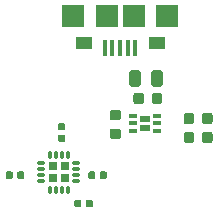
<source format=gbr>
G04 #@! TF.GenerationSoftware,KiCad,Pcbnew,(5.1.2)-1*
G04 #@! TF.CreationDate,2019-06-19T11:16:05+10:00*
G04 #@! TF.ProjectId,Ecal,4563616c-2e6b-4696-9361-645f70636258,rev?*
G04 #@! TF.SameCoordinates,Original*
G04 #@! TF.FileFunction,Paste,Top*
G04 #@! TF.FilePolarity,Positive*
%FSLAX46Y46*%
G04 Gerber Fmt 4.6, Leading zero omitted, Abs format (unit mm)*
G04 Created by KiCad (PCBNEW (5.1.2)-1) date 2019-06-19 11:16:05*
%MOMM*%
%LPD*%
G04 APERTURE LIST*
%ADD10R,0.730000X0.730000*%
%ADD11O,0.300000X0.750000*%
%ADD12O,0.750000X0.300000*%
%ADD13R,0.820000X0.630000*%
%ADD14R,0.650000X0.350000*%
%ADD15C,0.100000*%
%ADD16C,0.590000*%
%ADD17C,0.875000*%
%ADD18R,0.400000X1.350000*%
%ADD19R,1.350000X1.000000*%
%ADD20R,1.900000X1.900000*%
%ADD21C,0.975000*%
G04 APERTURE END LIST*
D10*
X94300000Y-119250000D03*
X95300000Y-119250000D03*
X95300000Y-120250000D03*
X94300000Y-120250000D03*
D11*
X95550000Y-121225000D03*
X95050000Y-121225000D03*
X94550000Y-121225000D03*
X94050000Y-121225000D03*
D12*
X93325000Y-120500000D03*
X93325000Y-120000000D03*
X93325000Y-119500000D03*
X93325000Y-119000000D03*
D11*
X94050000Y-118275000D03*
X94550000Y-118275000D03*
X95050000Y-118275000D03*
X95550000Y-118275000D03*
D12*
X96275000Y-119000000D03*
X96275000Y-119500000D03*
X96275000Y-120000000D03*
X96275000Y-120500000D03*
D13*
X102100000Y-116000000D03*
X102100000Y-115200000D03*
D14*
X103150000Y-114950000D03*
X103150000Y-115600000D03*
X103150000Y-116250000D03*
X101050000Y-116250000D03*
X101050000Y-115600000D03*
X101050000Y-114950000D03*
D15*
G36*
X95236958Y-115605710D02*
G01*
X95251276Y-115607834D01*
X95265317Y-115611351D01*
X95278946Y-115616228D01*
X95292031Y-115622417D01*
X95304447Y-115629858D01*
X95316073Y-115638481D01*
X95326798Y-115648202D01*
X95336519Y-115658927D01*
X95345142Y-115670553D01*
X95352583Y-115682969D01*
X95358772Y-115696054D01*
X95363649Y-115709683D01*
X95367166Y-115723724D01*
X95369290Y-115738042D01*
X95370000Y-115752500D01*
X95370000Y-116047500D01*
X95369290Y-116061958D01*
X95367166Y-116076276D01*
X95363649Y-116090317D01*
X95358772Y-116103946D01*
X95352583Y-116117031D01*
X95345142Y-116129447D01*
X95336519Y-116141073D01*
X95326798Y-116151798D01*
X95316073Y-116161519D01*
X95304447Y-116170142D01*
X95292031Y-116177583D01*
X95278946Y-116183772D01*
X95265317Y-116188649D01*
X95251276Y-116192166D01*
X95236958Y-116194290D01*
X95222500Y-116195000D01*
X94877500Y-116195000D01*
X94863042Y-116194290D01*
X94848724Y-116192166D01*
X94834683Y-116188649D01*
X94821054Y-116183772D01*
X94807969Y-116177583D01*
X94795553Y-116170142D01*
X94783927Y-116161519D01*
X94773202Y-116151798D01*
X94763481Y-116141073D01*
X94754858Y-116129447D01*
X94747417Y-116117031D01*
X94741228Y-116103946D01*
X94736351Y-116090317D01*
X94732834Y-116076276D01*
X94730710Y-116061958D01*
X94730000Y-116047500D01*
X94730000Y-115752500D01*
X94730710Y-115738042D01*
X94732834Y-115723724D01*
X94736351Y-115709683D01*
X94741228Y-115696054D01*
X94747417Y-115682969D01*
X94754858Y-115670553D01*
X94763481Y-115658927D01*
X94773202Y-115648202D01*
X94783927Y-115638481D01*
X94795553Y-115629858D01*
X94807969Y-115622417D01*
X94821054Y-115616228D01*
X94834683Y-115611351D01*
X94848724Y-115607834D01*
X94863042Y-115605710D01*
X94877500Y-115605000D01*
X95222500Y-115605000D01*
X95236958Y-115605710D01*
X95236958Y-115605710D01*
G37*
D16*
X95050000Y-115900000D03*
D15*
G36*
X95236958Y-116575710D02*
G01*
X95251276Y-116577834D01*
X95265317Y-116581351D01*
X95278946Y-116586228D01*
X95292031Y-116592417D01*
X95304447Y-116599858D01*
X95316073Y-116608481D01*
X95326798Y-116618202D01*
X95336519Y-116628927D01*
X95345142Y-116640553D01*
X95352583Y-116652969D01*
X95358772Y-116666054D01*
X95363649Y-116679683D01*
X95367166Y-116693724D01*
X95369290Y-116708042D01*
X95370000Y-116722500D01*
X95370000Y-117017500D01*
X95369290Y-117031958D01*
X95367166Y-117046276D01*
X95363649Y-117060317D01*
X95358772Y-117073946D01*
X95352583Y-117087031D01*
X95345142Y-117099447D01*
X95336519Y-117111073D01*
X95326798Y-117121798D01*
X95316073Y-117131519D01*
X95304447Y-117140142D01*
X95292031Y-117147583D01*
X95278946Y-117153772D01*
X95265317Y-117158649D01*
X95251276Y-117162166D01*
X95236958Y-117164290D01*
X95222500Y-117165000D01*
X94877500Y-117165000D01*
X94863042Y-117164290D01*
X94848724Y-117162166D01*
X94834683Y-117158649D01*
X94821054Y-117153772D01*
X94807969Y-117147583D01*
X94795553Y-117140142D01*
X94783927Y-117131519D01*
X94773202Y-117121798D01*
X94763481Y-117111073D01*
X94754858Y-117099447D01*
X94747417Y-117087031D01*
X94741228Y-117073946D01*
X94736351Y-117060317D01*
X94732834Y-117046276D01*
X94730710Y-117031958D01*
X94730000Y-117017500D01*
X94730000Y-116722500D01*
X94730710Y-116708042D01*
X94732834Y-116693724D01*
X94736351Y-116679683D01*
X94741228Y-116666054D01*
X94747417Y-116652969D01*
X94754858Y-116640553D01*
X94763481Y-116628927D01*
X94773202Y-116618202D01*
X94783927Y-116608481D01*
X94795553Y-116599858D01*
X94807969Y-116592417D01*
X94821054Y-116586228D01*
X94834683Y-116581351D01*
X94848724Y-116577834D01*
X94863042Y-116575710D01*
X94877500Y-116575000D01*
X95222500Y-116575000D01*
X95236958Y-116575710D01*
X95236958Y-116575710D01*
G37*
D16*
X95050000Y-116870000D03*
D15*
G36*
X107627691Y-116326053D02*
G01*
X107648926Y-116329203D01*
X107669750Y-116334419D01*
X107689962Y-116341651D01*
X107709368Y-116350830D01*
X107727781Y-116361866D01*
X107745024Y-116374654D01*
X107760930Y-116389070D01*
X107775346Y-116404976D01*
X107788134Y-116422219D01*
X107799170Y-116440632D01*
X107808349Y-116460038D01*
X107815581Y-116480250D01*
X107820797Y-116501074D01*
X107823947Y-116522309D01*
X107825000Y-116543750D01*
X107825000Y-117056250D01*
X107823947Y-117077691D01*
X107820797Y-117098926D01*
X107815581Y-117119750D01*
X107808349Y-117139962D01*
X107799170Y-117159368D01*
X107788134Y-117177781D01*
X107775346Y-117195024D01*
X107760930Y-117210930D01*
X107745024Y-117225346D01*
X107727781Y-117238134D01*
X107709368Y-117249170D01*
X107689962Y-117258349D01*
X107669750Y-117265581D01*
X107648926Y-117270797D01*
X107627691Y-117273947D01*
X107606250Y-117275000D01*
X107168750Y-117275000D01*
X107147309Y-117273947D01*
X107126074Y-117270797D01*
X107105250Y-117265581D01*
X107085038Y-117258349D01*
X107065632Y-117249170D01*
X107047219Y-117238134D01*
X107029976Y-117225346D01*
X107014070Y-117210930D01*
X106999654Y-117195024D01*
X106986866Y-117177781D01*
X106975830Y-117159368D01*
X106966651Y-117139962D01*
X106959419Y-117119750D01*
X106954203Y-117098926D01*
X106951053Y-117077691D01*
X106950000Y-117056250D01*
X106950000Y-116543750D01*
X106951053Y-116522309D01*
X106954203Y-116501074D01*
X106959419Y-116480250D01*
X106966651Y-116460038D01*
X106975830Y-116440632D01*
X106986866Y-116422219D01*
X106999654Y-116404976D01*
X107014070Y-116389070D01*
X107029976Y-116374654D01*
X107047219Y-116361866D01*
X107065632Y-116350830D01*
X107085038Y-116341651D01*
X107105250Y-116334419D01*
X107126074Y-116329203D01*
X107147309Y-116326053D01*
X107168750Y-116325000D01*
X107606250Y-116325000D01*
X107627691Y-116326053D01*
X107627691Y-116326053D01*
G37*
D17*
X107387500Y-116800000D03*
D15*
G36*
X106052691Y-116326053D02*
G01*
X106073926Y-116329203D01*
X106094750Y-116334419D01*
X106114962Y-116341651D01*
X106134368Y-116350830D01*
X106152781Y-116361866D01*
X106170024Y-116374654D01*
X106185930Y-116389070D01*
X106200346Y-116404976D01*
X106213134Y-116422219D01*
X106224170Y-116440632D01*
X106233349Y-116460038D01*
X106240581Y-116480250D01*
X106245797Y-116501074D01*
X106248947Y-116522309D01*
X106250000Y-116543750D01*
X106250000Y-117056250D01*
X106248947Y-117077691D01*
X106245797Y-117098926D01*
X106240581Y-117119750D01*
X106233349Y-117139962D01*
X106224170Y-117159368D01*
X106213134Y-117177781D01*
X106200346Y-117195024D01*
X106185930Y-117210930D01*
X106170024Y-117225346D01*
X106152781Y-117238134D01*
X106134368Y-117249170D01*
X106114962Y-117258349D01*
X106094750Y-117265581D01*
X106073926Y-117270797D01*
X106052691Y-117273947D01*
X106031250Y-117275000D01*
X105593750Y-117275000D01*
X105572309Y-117273947D01*
X105551074Y-117270797D01*
X105530250Y-117265581D01*
X105510038Y-117258349D01*
X105490632Y-117249170D01*
X105472219Y-117238134D01*
X105454976Y-117225346D01*
X105439070Y-117210930D01*
X105424654Y-117195024D01*
X105411866Y-117177781D01*
X105400830Y-117159368D01*
X105391651Y-117139962D01*
X105384419Y-117119750D01*
X105379203Y-117098926D01*
X105376053Y-117077691D01*
X105375000Y-117056250D01*
X105375000Y-116543750D01*
X105376053Y-116522309D01*
X105379203Y-116501074D01*
X105384419Y-116480250D01*
X105391651Y-116460038D01*
X105400830Y-116440632D01*
X105411866Y-116422219D01*
X105424654Y-116404976D01*
X105439070Y-116389070D01*
X105454976Y-116374654D01*
X105472219Y-116361866D01*
X105490632Y-116350830D01*
X105510038Y-116341651D01*
X105530250Y-116334419D01*
X105551074Y-116329203D01*
X105572309Y-116326053D01*
X105593750Y-116325000D01*
X106031250Y-116325000D01*
X106052691Y-116326053D01*
X106052691Y-116326053D01*
G37*
D17*
X105812500Y-116800000D03*
D18*
X100650000Y-109225000D03*
X101300000Y-109225000D03*
X99350000Y-109225000D03*
X98700000Y-109225000D03*
X100000000Y-109225000D03*
D19*
X103100000Y-108800000D03*
X96900000Y-108800000D03*
D20*
X96050000Y-106550000D03*
X103950000Y-106550000D03*
X101150000Y-106550000D03*
X98850000Y-106550000D03*
D15*
G36*
X101530142Y-111101174D02*
G01*
X101553803Y-111104684D01*
X101577007Y-111110496D01*
X101599529Y-111118554D01*
X101621153Y-111128782D01*
X101641670Y-111141079D01*
X101660883Y-111155329D01*
X101678607Y-111171393D01*
X101694671Y-111189117D01*
X101708921Y-111208330D01*
X101721218Y-111228847D01*
X101731446Y-111250471D01*
X101739504Y-111272993D01*
X101745316Y-111296197D01*
X101748826Y-111319858D01*
X101750000Y-111343750D01*
X101750000Y-112256250D01*
X101748826Y-112280142D01*
X101745316Y-112303803D01*
X101739504Y-112327007D01*
X101731446Y-112349529D01*
X101721218Y-112371153D01*
X101708921Y-112391670D01*
X101694671Y-112410883D01*
X101678607Y-112428607D01*
X101660883Y-112444671D01*
X101641670Y-112458921D01*
X101621153Y-112471218D01*
X101599529Y-112481446D01*
X101577007Y-112489504D01*
X101553803Y-112495316D01*
X101530142Y-112498826D01*
X101506250Y-112500000D01*
X101018750Y-112500000D01*
X100994858Y-112498826D01*
X100971197Y-112495316D01*
X100947993Y-112489504D01*
X100925471Y-112481446D01*
X100903847Y-112471218D01*
X100883330Y-112458921D01*
X100864117Y-112444671D01*
X100846393Y-112428607D01*
X100830329Y-112410883D01*
X100816079Y-112391670D01*
X100803782Y-112371153D01*
X100793554Y-112349529D01*
X100785496Y-112327007D01*
X100779684Y-112303803D01*
X100776174Y-112280142D01*
X100775000Y-112256250D01*
X100775000Y-111343750D01*
X100776174Y-111319858D01*
X100779684Y-111296197D01*
X100785496Y-111272993D01*
X100793554Y-111250471D01*
X100803782Y-111228847D01*
X100816079Y-111208330D01*
X100830329Y-111189117D01*
X100846393Y-111171393D01*
X100864117Y-111155329D01*
X100883330Y-111141079D01*
X100903847Y-111128782D01*
X100925471Y-111118554D01*
X100947993Y-111110496D01*
X100971197Y-111104684D01*
X100994858Y-111101174D01*
X101018750Y-111100000D01*
X101506250Y-111100000D01*
X101530142Y-111101174D01*
X101530142Y-111101174D01*
G37*
D21*
X101262500Y-111800000D03*
D15*
G36*
X103405142Y-111101174D02*
G01*
X103428803Y-111104684D01*
X103452007Y-111110496D01*
X103474529Y-111118554D01*
X103496153Y-111128782D01*
X103516670Y-111141079D01*
X103535883Y-111155329D01*
X103553607Y-111171393D01*
X103569671Y-111189117D01*
X103583921Y-111208330D01*
X103596218Y-111228847D01*
X103606446Y-111250471D01*
X103614504Y-111272993D01*
X103620316Y-111296197D01*
X103623826Y-111319858D01*
X103625000Y-111343750D01*
X103625000Y-112256250D01*
X103623826Y-112280142D01*
X103620316Y-112303803D01*
X103614504Y-112327007D01*
X103606446Y-112349529D01*
X103596218Y-112371153D01*
X103583921Y-112391670D01*
X103569671Y-112410883D01*
X103553607Y-112428607D01*
X103535883Y-112444671D01*
X103516670Y-112458921D01*
X103496153Y-112471218D01*
X103474529Y-112481446D01*
X103452007Y-112489504D01*
X103428803Y-112495316D01*
X103405142Y-112498826D01*
X103381250Y-112500000D01*
X102893750Y-112500000D01*
X102869858Y-112498826D01*
X102846197Y-112495316D01*
X102822993Y-112489504D01*
X102800471Y-112481446D01*
X102778847Y-112471218D01*
X102758330Y-112458921D01*
X102739117Y-112444671D01*
X102721393Y-112428607D01*
X102705329Y-112410883D01*
X102691079Y-112391670D01*
X102678782Y-112371153D01*
X102668554Y-112349529D01*
X102660496Y-112327007D01*
X102654684Y-112303803D01*
X102651174Y-112280142D01*
X102650000Y-112256250D01*
X102650000Y-111343750D01*
X102651174Y-111319858D01*
X102654684Y-111296197D01*
X102660496Y-111272993D01*
X102668554Y-111250471D01*
X102678782Y-111228847D01*
X102691079Y-111208330D01*
X102705329Y-111189117D01*
X102721393Y-111171393D01*
X102739117Y-111155329D01*
X102758330Y-111141079D01*
X102778847Y-111128782D01*
X102800471Y-111118554D01*
X102822993Y-111110496D01*
X102846197Y-111104684D01*
X102869858Y-111101174D01*
X102893750Y-111100000D01*
X103381250Y-111100000D01*
X103405142Y-111101174D01*
X103405142Y-111101174D01*
G37*
D21*
X103137500Y-111800000D03*
D15*
G36*
X107627691Y-114726053D02*
G01*
X107648926Y-114729203D01*
X107669750Y-114734419D01*
X107689962Y-114741651D01*
X107709368Y-114750830D01*
X107727781Y-114761866D01*
X107745024Y-114774654D01*
X107760930Y-114789070D01*
X107775346Y-114804976D01*
X107788134Y-114822219D01*
X107799170Y-114840632D01*
X107808349Y-114860038D01*
X107815581Y-114880250D01*
X107820797Y-114901074D01*
X107823947Y-114922309D01*
X107825000Y-114943750D01*
X107825000Y-115456250D01*
X107823947Y-115477691D01*
X107820797Y-115498926D01*
X107815581Y-115519750D01*
X107808349Y-115539962D01*
X107799170Y-115559368D01*
X107788134Y-115577781D01*
X107775346Y-115595024D01*
X107760930Y-115610930D01*
X107745024Y-115625346D01*
X107727781Y-115638134D01*
X107709368Y-115649170D01*
X107689962Y-115658349D01*
X107669750Y-115665581D01*
X107648926Y-115670797D01*
X107627691Y-115673947D01*
X107606250Y-115675000D01*
X107168750Y-115675000D01*
X107147309Y-115673947D01*
X107126074Y-115670797D01*
X107105250Y-115665581D01*
X107085038Y-115658349D01*
X107065632Y-115649170D01*
X107047219Y-115638134D01*
X107029976Y-115625346D01*
X107014070Y-115610930D01*
X106999654Y-115595024D01*
X106986866Y-115577781D01*
X106975830Y-115559368D01*
X106966651Y-115539962D01*
X106959419Y-115519750D01*
X106954203Y-115498926D01*
X106951053Y-115477691D01*
X106950000Y-115456250D01*
X106950000Y-114943750D01*
X106951053Y-114922309D01*
X106954203Y-114901074D01*
X106959419Y-114880250D01*
X106966651Y-114860038D01*
X106975830Y-114840632D01*
X106986866Y-114822219D01*
X106999654Y-114804976D01*
X107014070Y-114789070D01*
X107029976Y-114774654D01*
X107047219Y-114761866D01*
X107065632Y-114750830D01*
X107085038Y-114741651D01*
X107105250Y-114734419D01*
X107126074Y-114729203D01*
X107147309Y-114726053D01*
X107168750Y-114725000D01*
X107606250Y-114725000D01*
X107627691Y-114726053D01*
X107627691Y-114726053D01*
G37*
D17*
X107387500Y-115200000D03*
D15*
G36*
X106052691Y-114726053D02*
G01*
X106073926Y-114729203D01*
X106094750Y-114734419D01*
X106114962Y-114741651D01*
X106134368Y-114750830D01*
X106152781Y-114761866D01*
X106170024Y-114774654D01*
X106185930Y-114789070D01*
X106200346Y-114804976D01*
X106213134Y-114822219D01*
X106224170Y-114840632D01*
X106233349Y-114860038D01*
X106240581Y-114880250D01*
X106245797Y-114901074D01*
X106248947Y-114922309D01*
X106250000Y-114943750D01*
X106250000Y-115456250D01*
X106248947Y-115477691D01*
X106245797Y-115498926D01*
X106240581Y-115519750D01*
X106233349Y-115539962D01*
X106224170Y-115559368D01*
X106213134Y-115577781D01*
X106200346Y-115595024D01*
X106185930Y-115610930D01*
X106170024Y-115625346D01*
X106152781Y-115638134D01*
X106134368Y-115649170D01*
X106114962Y-115658349D01*
X106094750Y-115665581D01*
X106073926Y-115670797D01*
X106052691Y-115673947D01*
X106031250Y-115675000D01*
X105593750Y-115675000D01*
X105572309Y-115673947D01*
X105551074Y-115670797D01*
X105530250Y-115665581D01*
X105510038Y-115658349D01*
X105490632Y-115649170D01*
X105472219Y-115638134D01*
X105454976Y-115625346D01*
X105439070Y-115610930D01*
X105424654Y-115595024D01*
X105411866Y-115577781D01*
X105400830Y-115559368D01*
X105391651Y-115539962D01*
X105384419Y-115519750D01*
X105379203Y-115498926D01*
X105376053Y-115477691D01*
X105375000Y-115456250D01*
X105375000Y-114943750D01*
X105376053Y-114922309D01*
X105379203Y-114901074D01*
X105384419Y-114880250D01*
X105391651Y-114860038D01*
X105400830Y-114840632D01*
X105411866Y-114822219D01*
X105424654Y-114804976D01*
X105439070Y-114789070D01*
X105454976Y-114774654D01*
X105472219Y-114761866D01*
X105490632Y-114750830D01*
X105510038Y-114741651D01*
X105530250Y-114734419D01*
X105551074Y-114729203D01*
X105572309Y-114726053D01*
X105593750Y-114725000D01*
X106031250Y-114725000D01*
X106052691Y-114726053D01*
X106052691Y-114726053D01*
G37*
D17*
X105812500Y-115200000D03*
D15*
G36*
X96576958Y-122080710D02*
G01*
X96591276Y-122082834D01*
X96605317Y-122086351D01*
X96618946Y-122091228D01*
X96632031Y-122097417D01*
X96644447Y-122104858D01*
X96656073Y-122113481D01*
X96666798Y-122123202D01*
X96676519Y-122133927D01*
X96685142Y-122145553D01*
X96692583Y-122157969D01*
X96698772Y-122171054D01*
X96703649Y-122184683D01*
X96707166Y-122198724D01*
X96709290Y-122213042D01*
X96710000Y-122227500D01*
X96710000Y-122572500D01*
X96709290Y-122586958D01*
X96707166Y-122601276D01*
X96703649Y-122615317D01*
X96698772Y-122628946D01*
X96692583Y-122642031D01*
X96685142Y-122654447D01*
X96676519Y-122666073D01*
X96666798Y-122676798D01*
X96656073Y-122686519D01*
X96644447Y-122695142D01*
X96632031Y-122702583D01*
X96618946Y-122708772D01*
X96605317Y-122713649D01*
X96591276Y-122717166D01*
X96576958Y-122719290D01*
X96562500Y-122720000D01*
X96267500Y-122720000D01*
X96253042Y-122719290D01*
X96238724Y-122717166D01*
X96224683Y-122713649D01*
X96211054Y-122708772D01*
X96197969Y-122702583D01*
X96185553Y-122695142D01*
X96173927Y-122686519D01*
X96163202Y-122676798D01*
X96153481Y-122666073D01*
X96144858Y-122654447D01*
X96137417Y-122642031D01*
X96131228Y-122628946D01*
X96126351Y-122615317D01*
X96122834Y-122601276D01*
X96120710Y-122586958D01*
X96120000Y-122572500D01*
X96120000Y-122227500D01*
X96120710Y-122213042D01*
X96122834Y-122198724D01*
X96126351Y-122184683D01*
X96131228Y-122171054D01*
X96137417Y-122157969D01*
X96144858Y-122145553D01*
X96153481Y-122133927D01*
X96163202Y-122123202D01*
X96173927Y-122113481D01*
X96185553Y-122104858D01*
X96197969Y-122097417D01*
X96211054Y-122091228D01*
X96224683Y-122086351D01*
X96238724Y-122082834D01*
X96253042Y-122080710D01*
X96267500Y-122080000D01*
X96562500Y-122080000D01*
X96576958Y-122080710D01*
X96576958Y-122080710D01*
G37*
D16*
X96415000Y-122400000D03*
D15*
G36*
X97546958Y-122080710D02*
G01*
X97561276Y-122082834D01*
X97575317Y-122086351D01*
X97588946Y-122091228D01*
X97602031Y-122097417D01*
X97614447Y-122104858D01*
X97626073Y-122113481D01*
X97636798Y-122123202D01*
X97646519Y-122133927D01*
X97655142Y-122145553D01*
X97662583Y-122157969D01*
X97668772Y-122171054D01*
X97673649Y-122184683D01*
X97677166Y-122198724D01*
X97679290Y-122213042D01*
X97680000Y-122227500D01*
X97680000Y-122572500D01*
X97679290Y-122586958D01*
X97677166Y-122601276D01*
X97673649Y-122615317D01*
X97668772Y-122628946D01*
X97662583Y-122642031D01*
X97655142Y-122654447D01*
X97646519Y-122666073D01*
X97636798Y-122676798D01*
X97626073Y-122686519D01*
X97614447Y-122695142D01*
X97602031Y-122702583D01*
X97588946Y-122708772D01*
X97575317Y-122713649D01*
X97561276Y-122717166D01*
X97546958Y-122719290D01*
X97532500Y-122720000D01*
X97237500Y-122720000D01*
X97223042Y-122719290D01*
X97208724Y-122717166D01*
X97194683Y-122713649D01*
X97181054Y-122708772D01*
X97167969Y-122702583D01*
X97155553Y-122695142D01*
X97143927Y-122686519D01*
X97133202Y-122676798D01*
X97123481Y-122666073D01*
X97114858Y-122654447D01*
X97107417Y-122642031D01*
X97101228Y-122628946D01*
X97096351Y-122615317D01*
X97092834Y-122601276D01*
X97090710Y-122586958D01*
X97090000Y-122572500D01*
X97090000Y-122227500D01*
X97090710Y-122213042D01*
X97092834Y-122198724D01*
X97096351Y-122184683D01*
X97101228Y-122171054D01*
X97107417Y-122157969D01*
X97114858Y-122145553D01*
X97123481Y-122133927D01*
X97133202Y-122123202D01*
X97143927Y-122113481D01*
X97155553Y-122104858D01*
X97167969Y-122097417D01*
X97181054Y-122091228D01*
X97194683Y-122086351D01*
X97208724Y-122082834D01*
X97223042Y-122080710D01*
X97237500Y-122080000D01*
X97532500Y-122080000D01*
X97546958Y-122080710D01*
X97546958Y-122080710D01*
G37*
D16*
X97385000Y-122400000D03*
D15*
G36*
X97776958Y-119680710D02*
G01*
X97791276Y-119682834D01*
X97805317Y-119686351D01*
X97818946Y-119691228D01*
X97832031Y-119697417D01*
X97844447Y-119704858D01*
X97856073Y-119713481D01*
X97866798Y-119723202D01*
X97876519Y-119733927D01*
X97885142Y-119745553D01*
X97892583Y-119757969D01*
X97898772Y-119771054D01*
X97903649Y-119784683D01*
X97907166Y-119798724D01*
X97909290Y-119813042D01*
X97910000Y-119827500D01*
X97910000Y-120172500D01*
X97909290Y-120186958D01*
X97907166Y-120201276D01*
X97903649Y-120215317D01*
X97898772Y-120228946D01*
X97892583Y-120242031D01*
X97885142Y-120254447D01*
X97876519Y-120266073D01*
X97866798Y-120276798D01*
X97856073Y-120286519D01*
X97844447Y-120295142D01*
X97832031Y-120302583D01*
X97818946Y-120308772D01*
X97805317Y-120313649D01*
X97791276Y-120317166D01*
X97776958Y-120319290D01*
X97762500Y-120320000D01*
X97467500Y-120320000D01*
X97453042Y-120319290D01*
X97438724Y-120317166D01*
X97424683Y-120313649D01*
X97411054Y-120308772D01*
X97397969Y-120302583D01*
X97385553Y-120295142D01*
X97373927Y-120286519D01*
X97363202Y-120276798D01*
X97353481Y-120266073D01*
X97344858Y-120254447D01*
X97337417Y-120242031D01*
X97331228Y-120228946D01*
X97326351Y-120215317D01*
X97322834Y-120201276D01*
X97320710Y-120186958D01*
X97320000Y-120172500D01*
X97320000Y-119827500D01*
X97320710Y-119813042D01*
X97322834Y-119798724D01*
X97326351Y-119784683D01*
X97331228Y-119771054D01*
X97337417Y-119757969D01*
X97344858Y-119745553D01*
X97353481Y-119733927D01*
X97363202Y-119723202D01*
X97373927Y-119713481D01*
X97385553Y-119704858D01*
X97397969Y-119697417D01*
X97411054Y-119691228D01*
X97424683Y-119686351D01*
X97438724Y-119682834D01*
X97453042Y-119680710D01*
X97467500Y-119680000D01*
X97762500Y-119680000D01*
X97776958Y-119680710D01*
X97776958Y-119680710D01*
G37*
D16*
X97615000Y-120000000D03*
D15*
G36*
X98746958Y-119680710D02*
G01*
X98761276Y-119682834D01*
X98775317Y-119686351D01*
X98788946Y-119691228D01*
X98802031Y-119697417D01*
X98814447Y-119704858D01*
X98826073Y-119713481D01*
X98836798Y-119723202D01*
X98846519Y-119733927D01*
X98855142Y-119745553D01*
X98862583Y-119757969D01*
X98868772Y-119771054D01*
X98873649Y-119784683D01*
X98877166Y-119798724D01*
X98879290Y-119813042D01*
X98880000Y-119827500D01*
X98880000Y-120172500D01*
X98879290Y-120186958D01*
X98877166Y-120201276D01*
X98873649Y-120215317D01*
X98868772Y-120228946D01*
X98862583Y-120242031D01*
X98855142Y-120254447D01*
X98846519Y-120266073D01*
X98836798Y-120276798D01*
X98826073Y-120286519D01*
X98814447Y-120295142D01*
X98802031Y-120302583D01*
X98788946Y-120308772D01*
X98775317Y-120313649D01*
X98761276Y-120317166D01*
X98746958Y-120319290D01*
X98732500Y-120320000D01*
X98437500Y-120320000D01*
X98423042Y-120319290D01*
X98408724Y-120317166D01*
X98394683Y-120313649D01*
X98381054Y-120308772D01*
X98367969Y-120302583D01*
X98355553Y-120295142D01*
X98343927Y-120286519D01*
X98333202Y-120276798D01*
X98323481Y-120266073D01*
X98314858Y-120254447D01*
X98307417Y-120242031D01*
X98301228Y-120228946D01*
X98296351Y-120215317D01*
X98292834Y-120201276D01*
X98290710Y-120186958D01*
X98290000Y-120172500D01*
X98290000Y-119827500D01*
X98290710Y-119813042D01*
X98292834Y-119798724D01*
X98296351Y-119784683D01*
X98301228Y-119771054D01*
X98307417Y-119757969D01*
X98314858Y-119745553D01*
X98323481Y-119733927D01*
X98333202Y-119723202D01*
X98343927Y-119713481D01*
X98355553Y-119704858D01*
X98367969Y-119697417D01*
X98381054Y-119691228D01*
X98394683Y-119686351D01*
X98408724Y-119682834D01*
X98423042Y-119680710D01*
X98437500Y-119680000D01*
X98732500Y-119680000D01*
X98746958Y-119680710D01*
X98746958Y-119680710D01*
G37*
D16*
X98585000Y-120000000D03*
D15*
G36*
X90776958Y-119680710D02*
G01*
X90791276Y-119682834D01*
X90805317Y-119686351D01*
X90818946Y-119691228D01*
X90832031Y-119697417D01*
X90844447Y-119704858D01*
X90856073Y-119713481D01*
X90866798Y-119723202D01*
X90876519Y-119733927D01*
X90885142Y-119745553D01*
X90892583Y-119757969D01*
X90898772Y-119771054D01*
X90903649Y-119784683D01*
X90907166Y-119798724D01*
X90909290Y-119813042D01*
X90910000Y-119827500D01*
X90910000Y-120172500D01*
X90909290Y-120186958D01*
X90907166Y-120201276D01*
X90903649Y-120215317D01*
X90898772Y-120228946D01*
X90892583Y-120242031D01*
X90885142Y-120254447D01*
X90876519Y-120266073D01*
X90866798Y-120276798D01*
X90856073Y-120286519D01*
X90844447Y-120295142D01*
X90832031Y-120302583D01*
X90818946Y-120308772D01*
X90805317Y-120313649D01*
X90791276Y-120317166D01*
X90776958Y-120319290D01*
X90762500Y-120320000D01*
X90467500Y-120320000D01*
X90453042Y-120319290D01*
X90438724Y-120317166D01*
X90424683Y-120313649D01*
X90411054Y-120308772D01*
X90397969Y-120302583D01*
X90385553Y-120295142D01*
X90373927Y-120286519D01*
X90363202Y-120276798D01*
X90353481Y-120266073D01*
X90344858Y-120254447D01*
X90337417Y-120242031D01*
X90331228Y-120228946D01*
X90326351Y-120215317D01*
X90322834Y-120201276D01*
X90320710Y-120186958D01*
X90320000Y-120172500D01*
X90320000Y-119827500D01*
X90320710Y-119813042D01*
X90322834Y-119798724D01*
X90326351Y-119784683D01*
X90331228Y-119771054D01*
X90337417Y-119757969D01*
X90344858Y-119745553D01*
X90353481Y-119733927D01*
X90363202Y-119723202D01*
X90373927Y-119713481D01*
X90385553Y-119704858D01*
X90397969Y-119697417D01*
X90411054Y-119691228D01*
X90424683Y-119686351D01*
X90438724Y-119682834D01*
X90453042Y-119680710D01*
X90467500Y-119680000D01*
X90762500Y-119680000D01*
X90776958Y-119680710D01*
X90776958Y-119680710D01*
G37*
D16*
X90615000Y-120000000D03*
D15*
G36*
X91746958Y-119680710D02*
G01*
X91761276Y-119682834D01*
X91775317Y-119686351D01*
X91788946Y-119691228D01*
X91802031Y-119697417D01*
X91814447Y-119704858D01*
X91826073Y-119713481D01*
X91836798Y-119723202D01*
X91846519Y-119733927D01*
X91855142Y-119745553D01*
X91862583Y-119757969D01*
X91868772Y-119771054D01*
X91873649Y-119784683D01*
X91877166Y-119798724D01*
X91879290Y-119813042D01*
X91880000Y-119827500D01*
X91880000Y-120172500D01*
X91879290Y-120186958D01*
X91877166Y-120201276D01*
X91873649Y-120215317D01*
X91868772Y-120228946D01*
X91862583Y-120242031D01*
X91855142Y-120254447D01*
X91846519Y-120266073D01*
X91836798Y-120276798D01*
X91826073Y-120286519D01*
X91814447Y-120295142D01*
X91802031Y-120302583D01*
X91788946Y-120308772D01*
X91775317Y-120313649D01*
X91761276Y-120317166D01*
X91746958Y-120319290D01*
X91732500Y-120320000D01*
X91437500Y-120320000D01*
X91423042Y-120319290D01*
X91408724Y-120317166D01*
X91394683Y-120313649D01*
X91381054Y-120308772D01*
X91367969Y-120302583D01*
X91355553Y-120295142D01*
X91343927Y-120286519D01*
X91333202Y-120276798D01*
X91323481Y-120266073D01*
X91314858Y-120254447D01*
X91307417Y-120242031D01*
X91301228Y-120228946D01*
X91296351Y-120215317D01*
X91292834Y-120201276D01*
X91290710Y-120186958D01*
X91290000Y-120172500D01*
X91290000Y-119827500D01*
X91290710Y-119813042D01*
X91292834Y-119798724D01*
X91296351Y-119784683D01*
X91301228Y-119771054D01*
X91307417Y-119757969D01*
X91314858Y-119745553D01*
X91323481Y-119733927D01*
X91333202Y-119723202D01*
X91343927Y-119713481D01*
X91355553Y-119704858D01*
X91367969Y-119697417D01*
X91381054Y-119691228D01*
X91394683Y-119686351D01*
X91408724Y-119682834D01*
X91423042Y-119680710D01*
X91437500Y-119680000D01*
X91732500Y-119680000D01*
X91746958Y-119680710D01*
X91746958Y-119680710D01*
G37*
D16*
X91585000Y-120000000D03*
D15*
G36*
X99877691Y-116051053D02*
G01*
X99898926Y-116054203D01*
X99919750Y-116059419D01*
X99939962Y-116066651D01*
X99959368Y-116075830D01*
X99977781Y-116086866D01*
X99995024Y-116099654D01*
X100010930Y-116114070D01*
X100025346Y-116129976D01*
X100038134Y-116147219D01*
X100049170Y-116165632D01*
X100058349Y-116185038D01*
X100065581Y-116205250D01*
X100070797Y-116226074D01*
X100073947Y-116247309D01*
X100075000Y-116268750D01*
X100075000Y-116706250D01*
X100073947Y-116727691D01*
X100070797Y-116748926D01*
X100065581Y-116769750D01*
X100058349Y-116789962D01*
X100049170Y-116809368D01*
X100038134Y-116827781D01*
X100025346Y-116845024D01*
X100010930Y-116860930D01*
X99995024Y-116875346D01*
X99977781Y-116888134D01*
X99959368Y-116899170D01*
X99939962Y-116908349D01*
X99919750Y-116915581D01*
X99898926Y-116920797D01*
X99877691Y-116923947D01*
X99856250Y-116925000D01*
X99343750Y-116925000D01*
X99322309Y-116923947D01*
X99301074Y-116920797D01*
X99280250Y-116915581D01*
X99260038Y-116908349D01*
X99240632Y-116899170D01*
X99222219Y-116888134D01*
X99204976Y-116875346D01*
X99189070Y-116860930D01*
X99174654Y-116845024D01*
X99161866Y-116827781D01*
X99150830Y-116809368D01*
X99141651Y-116789962D01*
X99134419Y-116769750D01*
X99129203Y-116748926D01*
X99126053Y-116727691D01*
X99125000Y-116706250D01*
X99125000Y-116268750D01*
X99126053Y-116247309D01*
X99129203Y-116226074D01*
X99134419Y-116205250D01*
X99141651Y-116185038D01*
X99150830Y-116165632D01*
X99161866Y-116147219D01*
X99174654Y-116129976D01*
X99189070Y-116114070D01*
X99204976Y-116099654D01*
X99222219Y-116086866D01*
X99240632Y-116075830D01*
X99260038Y-116066651D01*
X99280250Y-116059419D01*
X99301074Y-116054203D01*
X99322309Y-116051053D01*
X99343750Y-116050000D01*
X99856250Y-116050000D01*
X99877691Y-116051053D01*
X99877691Y-116051053D01*
G37*
D17*
X99600000Y-116487500D03*
D15*
G36*
X99877691Y-114476053D02*
G01*
X99898926Y-114479203D01*
X99919750Y-114484419D01*
X99939962Y-114491651D01*
X99959368Y-114500830D01*
X99977781Y-114511866D01*
X99995024Y-114524654D01*
X100010930Y-114539070D01*
X100025346Y-114554976D01*
X100038134Y-114572219D01*
X100049170Y-114590632D01*
X100058349Y-114610038D01*
X100065581Y-114630250D01*
X100070797Y-114651074D01*
X100073947Y-114672309D01*
X100075000Y-114693750D01*
X100075000Y-115131250D01*
X100073947Y-115152691D01*
X100070797Y-115173926D01*
X100065581Y-115194750D01*
X100058349Y-115214962D01*
X100049170Y-115234368D01*
X100038134Y-115252781D01*
X100025346Y-115270024D01*
X100010930Y-115285930D01*
X99995024Y-115300346D01*
X99977781Y-115313134D01*
X99959368Y-115324170D01*
X99939962Y-115333349D01*
X99919750Y-115340581D01*
X99898926Y-115345797D01*
X99877691Y-115348947D01*
X99856250Y-115350000D01*
X99343750Y-115350000D01*
X99322309Y-115348947D01*
X99301074Y-115345797D01*
X99280250Y-115340581D01*
X99260038Y-115333349D01*
X99240632Y-115324170D01*
X99222219Y-115313134D01*
X99204976Y-115300346D01*
X99189070Y-115285930D01*
X99174654Y-115270024D01*
X99161866Y-115252781D01*
X99150830Y-115234368D01*
X99141651Y-115214962D01*
X99134419Y-115194750D01*
X99129203Y-115173926D01*
X99126053Y-115152691D01*
X99125000Y-115131250D01*
X99125000Y-114693750D01*
X99126053Y-114672309D01*
X99129203Y-114651074D01*
X99134419Y-114630250D01*
X99141651Y-114610038D01*
X99150830Y-114590632D01*
X99161866Y-114572219D01*
X99174654Y-114554976D01*
X99189070Y-114539070D01*
X99204976Y-114524654D01*
X99222219Y-114511866D01*
X99240632Y-114500830D01*
X99260038Y-114491651D01*
X99280250Y-114484419D01*
X99301074Y-114479203D01*
X99322309Y-114476053D01*
X99343750Y-114475000D01*
X99856250Y-114475000D01*
X99877691Y-114476053D01*
X99877691Y-114476053D01*
G37*
D17*
X99600000Y-114912500D03*
D15*
G36*
X101802691Y-113026053D02*
G01*
X101823926Y-113029203D01*
X101844750Y-113034419D01*
X101864962Y-113041651D01*
X101884368Y-113050830D01*
X101902781Y-113061866D01*
X101920024Y-113074654D01*
X101935930Y-113089070D01*
X101950346Y-113104976D01*
X101963134Y-113122219D01*
X101974170Y-113140632D01*
X101983349Y-113160038D01*
X101990581Y-113180250D01*
X101995797Y-113201074D01*
X101998947Y-113222309D01*
X102000000Y-113243750D01*
X102000000Y-113756250D01*
X101998947Y-113777691D01*
X101995797Y-113798926D01*
X101990581Y-113819750D01*
X101983349Y-113839962D01*
X101974170Y-113859368D01*
X101963134Y-113877781D01*
X101950346Y-113895024D01*
X101935930Y-113910930D01*
X101920024Y-113925346D01*
X101902781Y-113938134D01*
X101884368Y-113949170D01*
X101864962Y-113958349D01*
X101844750Y-113965581D01*
X101823926Y-113970797D01*
X101802691Y-113973947D01*
X101781250Y-113975000D01*
X101343750Y-113975000D01*
X101322309Y-113973947D01*
X101301074Y-113970797D01*
X101280250Y-113965581D01*
X101260038Y-113958349D01*
X101240632Y-113949170D01*
X101222219Y-113938134D01*
X101204976Y-113925346D01*
X101189070Y-113910930D01*
X101174654Y-113895024D01*
X101161866Y-113877781D01*
X101150830Y-113859368D01*
X101141651Y-113839962D01*
X101134419Y-113819750D01*
X101129203Y-113798926D01*
X101126053Y-113777691D01*
X101125000Y-113756250D01*
X101125000Y-113243750D01*
X101126053Y-113222309D01*
X101129203Y-113201074D01*
X101134419Y-113180250D01*
X101141651Y-113160038D01*
X101150830Y-113140632D01*
X101161866Y-113122219D01*
X101174654Y-113104976D01*
X101189070Y-113089070D01*
X101204976Y-113074654D01*
X101222219Y-113061866D01*
X101240632Y-113050830D01*
X101260038Y-113041651D01*
X101280250Y-113034419D01*
X101301074Y-113029203D01*
X101322309Y-113026053D01*
X101343750Y-113025000D01*
X101781250Y-113025000D01*
X101802691Y-113026053D01*
X101802691Y-113026053D01*
G37*
D17*
X101562500Y-113500000D03*
D15*
G36*
X103377691Y-113026053D02*
G01*
X103398926Y-113029203D01*
X103419750Y-113034419D01*
X103439962Y-113041651D01*
X103459368Y-113050830D01*
X103477781Y-113061866D01*
X103495024Y-113074654D01*
X103510930Y-113089070D01*
X103525346Y-113104976D01*
X103538134Y-113122219D01*
X103549170Y-113140632D01*
X103558349Y-113160038D01*
X103565581Y-113180250D01*
X103570797Y-113201074D01*
X103573947Y-113222309D01*
X103575000Y-113243750D01*
X103575000Y-113756250D01*
X103573947Y-113777691D01*
X103570797Y-113798926D01*
X103565581Y-113819750D01*
X103558349Y-113839962D01*
X103549170Y-113859368D01*
X103538134Y-113877781D01*
X103525346Y-113895024D01*
X103510930Y-113910930D01*
X103495024Y-113925346D01*
X103477781Y-113938134D01*
X103459368Y-113949170D01*
X103439962Y-113958349D01*
X103419750Y-113965581D01*
X103398926Y-113970797D01*
X103377691Y-113973947D01*
X103356250Y-113975000D01*
X102918750Y-113975000D01*
X102897309Y-113973947D01*
X102876074Y-113970797D01*
X102855250Y-113965581D01*
X102835038Y-113958349D01*
X102815632Y-113949170D01*
X102797219Y-113938134D01*
X102779976Y-113925346D01*
X102764070Y-113910930D01*
X102749654Y-113895024D01*
X102736866Y-113877781D01*
X102725830Y-113859368D01*
X102716651Y-113839962D01*
X102709419Y-113819750D01*
X102704203Y-113798926D01*
X102701053Y-113777691D01*
X102700000Y-113756250D01*
X102700000Y-113243750D01*
X102701053Y-113222309D01*
X102704203Y-113201074D01*
X102709419Y-113180250D01*
X102716651Y-113160038D01*
X102725830Y-113140632D01*
X102736866Y-113122219D01*
X102749654Y-113104976D01*
X102764070Y-113089070D01*
X102779976Y-113074654D01*
X102797219Y-113061866D01*
X102815632Y-113050830D01*
X102835038Y-113041651D01*
X102855250Y-113034419D01*
X102876074Y-113029203D01*
X102897309Y-113026053D01*
X102918750Y-113025000D01*
X103356250Y-113025000D01*
X103377691Y-113026053D01*
X103377691Y-113026053D01*
G37*
D17*
X103137500Y-113500000D03*
M02*

</source>
